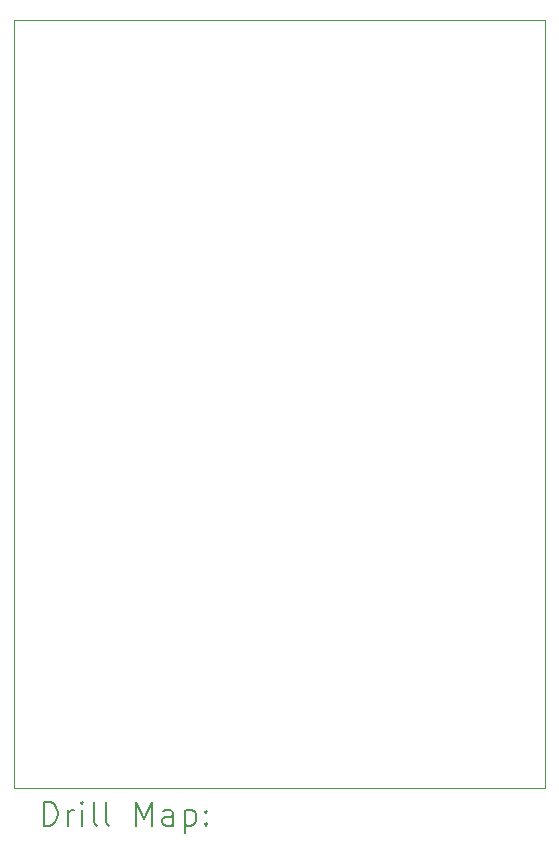
<source format=gbr>
%TF.GenerationSoftware,KiCad,Pcbnew,8.0.4*%
%TF.CreationDate,2024-08-13T22:42:28-06:00*%
%TF.ProjectId,oil-lamp-safety,6f696c2d-6c61-46d7-902d-736166657479,v0.2*%
%TF.SameCoordinates,Original*%
%TF.FileFunction,Drillmap*%
%TF.FilePolarity,Positive*%
%FSLAX45Y45*%
G04 Gerber Fmt 4.5, Leading zero omitted, Abs format (unit mm)*
G04 Created by KiCad (PCBNEW 8.0.4) date 2024-08-13 22:42:28*
%MOMM*%
%LPD*%
G01*
G04 APERTURE LIST*
%ADD10C,0.100000*%
%ADD11C,0.200000*%
G04 APERTURE END LIST*
D10*
X8000000Y-6000000D02*
X12500000Y-6000000D01*
X12500000Y-12500000D01*
X8000000Y-12500000D01*
X8000000Y-6000000D01*
D11*
X8255777Y-12816484D02*
X8255777Y-12616484D01*
X8255777Y-12616484D02*
X8303396Y-12616484D01*
X8303396Y-12616484D02*
X8331967Y-12626008D01*
X8331967Y-12626008D02*
X8351015Y-12645055D01*
X8351015Y-12645055D02*
X8360539Y-12664103D01*
X8360539Y-12664103D02*
X8370062Y-12702198D01*
X8370062Y-12702198D02*
X8370062Y-12730769D01*
X8370062Y-12730769D02*
X8360539Y-12768865D01*
X8360539Y-12768865D02*
X8351015Y-12787912D01*
X8351015Y-12787912D02*
X8331967Y-12806960D01*
X8331967Y-12806960D02*
X8303396Y-12816484D01*
X8303396Y-12816484D02*
X8255777Y-12816484D01*
X8455777Y-12816484D02*
X8455777Y-12683150D01*
X8455777Y-12721246D02*
X8465301Y-12702198D01*
X8465301Y-12702198D02*
X8474824Y-12692674D01*
X8474824Y-12692674D02*
X8493872Y-12683150D01*
X8493872Y-12683150D02*
X8512920Y-12683150D01*
X8579586Y-12816484D02*
X8579586Y-12683150D01*
X8579586Y-12616484D02*
X8570063Y-12626008D01*
X8570063Y-12626008D02*
X8579586Y-12635531D01*
X8579586Y-12635531D02*
X8589110Y-12626008D01*
X8589110Y-12626008D02*
X8579586Y-12616484D01*
X8579586Y-12616484D02*
X8579586Y-12635531D01*
X8703396Y-12816484D02*
X8684348Y-12806960D01*
X8684348Y-12806960D02*
X8674824Y-12787912D01*
X8674824Y-12787912D02*
X8674824Y-12616484D01*
X8808158Y-12816484D02*
X8789110Y-12806960D01*
X8789110Y-12806960D02*
X8779586Y-12787912D01*
X8779586Y-12787912D02*
X8779586Y-12616484D01*
X9036729Y-12816484D02*
X9036729Y-12616484D01*
X9036729Y-12616484D02*
X9103396Y-12759341D01*
X9103396Y-12759341D02*
X9170063Y-12616484D01*
X9170063Y-12616484D02*
X9170063Y-12816484D01*
X9351015Y-12816484D02*
X9351015Y-12711722D01*
X9351015Y-12711722D02*
X9341491Y-12692674D01*
X9341491Y-12692674D02*
X9322444Y-12683150D01*
X9322444Y-12683150D02*
X9284348Y-12683150D01*
X9284348Y-12683150D02*
X9265301Y-12692674D01*
X9351015Y-12806960D02*
X9331967Y-12816484D01*
X9331967Y-12816484D02*
X9284348Y-12816484D01*
X9284348Y-12816484D02*
X9265301Y-12806960D01*
X9265301Y-12806960D02*
X9255777Y-12787912D01*
X9255777Y-12787912D02*
X9255777Y-12768865D01*
X9255777Y-12768865D02*
X9265301Y-12749817D01*
X9265301Y-12749817D02*
X9284348Y-12740293D01*
X9284348Y-12740293D02*
X9331967Y-12740293D01*
X9331967Y-12740293D02*
X9351015Y-12730769D01*
X9446253Y-12683150D02*
X9446253Y-12883150D01*
X9446253Y-12692674D02*
X9465301Y-12683150D01*
X9465301Y-12683150D02*
X9503396Y-12683150D01*
X9503396Y-12683150D02*
X9522444Y-12692674D01*
X9522444Y-12692674D02*
X9531967Y-12702198D01*
X9531967Y-12702198D02*
X9541491Y-12721246D01*
X9541491Y-12721246D02*
X9541491Y-12778388D01*
X9541491Y-12778388D02*
X9531967Y-12797436D01*
X9531967Y-12797436D02*
X9522444Y-12806960D01*
X9522444Y-12806960D02*
X9503396Y-12816484D01*
X9503396Y-12816484D02*
X9465301Y-12816484D01*
X9465301Y-12816484D02*
X9446253Y-12806960D01*
X9627205Y-12797436D02*
X9636729Y-12806960D01*
X9636729Y-12806960D02*
X9627205Y-12816484D01*
X9627205Y-12816484D02*
X9617682Y-12806960D01*
X9617682Y-12806960D02*
X9627205Y-12797436D01*
X9627205Y-12797436D02*
X9627205Y-12816484D01*
X9627205Y-12692674D02*
X9636729Y-12702198D01*
X9636729Y-12702198D02*
X9627205Y-12711722D01*
X9627205Y-12711722D02*
X9617682Y-12702198D01*
X9617682Y-12702198D02*
X9627205Y-12692674D01*
X9627205Y-12692674D02*
X9627205Y-12711722D01*
M02*

</source>
